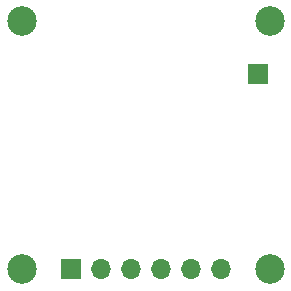
<source format=gbr>
%TF.GenerationSoftware,KiCad,Pcbnew,(7.0.0)*%
%TF.CreationDate,2023-02-19T16:47:07-06:00*%
%TF.ProjectId,ADS1219,41445331-3231-4392-9e6b-696361645f70,4*%
%TF.SameCoordinates,Original*%
%TF.FileFunction,Soldermask,Bot*%
%TF.FilePolarity,Negative*%
%FSLAX46Y46*%
G04 Gerber Fmt 4.6, Leading zero omitted, Abs format (unit mm)*
G04 Created by KiCad (PCBNEW (7.0.0)) date 2023-02-19 16:47:07*
%MOMM*%
%LPD*%
G01*
G04 APERTURE LIST*
%ADD10R,1.700000X1.700000*%
%ADD11C,2.500000*%
%ADD12O,1.700000X1.700000*%
G04 APERTURE END LIST*
D10*
%TO.C,J4*%
X179999999Y-80499999D03*
%TD*%
D11*
%TO.C,H2*%
X181000000Y-76000000D03*
%TD*%
%TO.C,H1*%
X160000000Y-76000000D03*
%TD*%
%TO.C,H4*%
X181000000Y-97000000D03*
%TD*%
%TO.C,H3*%
X160020000Y-97000000D03*
%TD*%
D10*
%TO.C,J2*%
X164149999Y-96999999D03*
D12*
X166689999Y-96999999D03*
X169229999Y-96999999D03*
X171769999Y-96999999D03*
X174309999Y-96999999D03*
X176849999Y-96999999D03*
%TD*%
M02*

</source>
